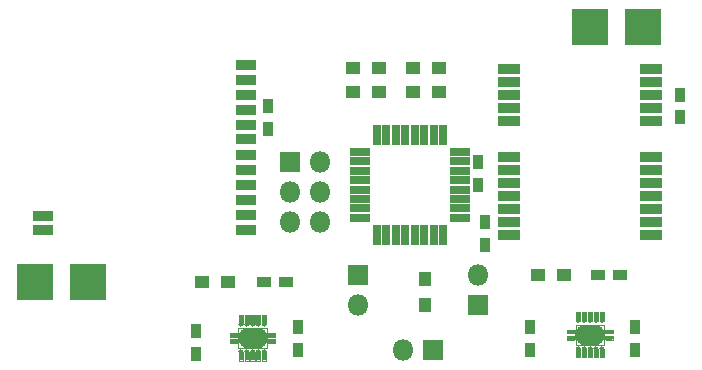
<source format=gbr>
G04 #@! TF.GenerationSoftware,KiCad,Pcbnew,(5.1.0)-1*
G04 #@! TF.CreationDate,2019-05-24T17:14:51-04:00*
G04 #@! TF.ProjectId,PicoTracker1Rev2,5069636f-5472-4616-936b-657231526576,rev?*
G04 #@! TF.SameCoordinates,Original*
G04 #@! TF.FileFunction,Soldermask,Top*
G04 #@! TF.FilePolarity,Negative*
%FSLAX46Y46*%
G04 Gerber Fmt 4.6, Leading zero omitted, Abs format (unit mm)*
G04 Created by KiCad (PCBNEW (5.1.0)-1) date 2019-05-24 17:14:51*
%MOMM*%
%LPD*%
G04 APERTURE LIST*
%ADD10C,0.066040*%
%ADD11C,0.100000*%
%ADD12R,1.899920X0.899160*%
%ADD13O,0.381000X0.949960*%
%ADD14O,2.499360X1.750060*%
%ADD15O,3.901440X0.381000*%
%ADD16R,1.801600X1.801600*%
%ADD17O,1.801600X1.801600*%
%ADD18R,0.851600X1.301600*%
%ADD19R,1.301600X0.851600*%
%ADD20R,1.301600X1.001600*%
%ADD21R,3.101600X3.101600*%
%ADD22R,1.778000X0.914400*%
%ADD23R,1.001600X1.301600*%
%ADD24R,1.701600X0.651600*%
%ADD25R,0.651600X1.701600*%
G04 APERTURE END LIST*
D10*
X224807780Y-193164460D02*
X224208340Y-193164460D01*
X224208340Y-193164460D02*
X224208340Y-193464180D01*
X224807780Y-193464180D02*
X224208340Y-193464180D01*
X224807780Y-193164460D02*
X224807780Y-193464180D01*
X224807780Y-192615820D02*
X224208340Y-192615820D01*
X224208340Y-192615820D02*
X224208340Y-192915540D01*
X224807780Y-192915540D02*
X224208340Y-192915540D01*
X224807780Y-192615820D02*
X224807780Y-192915540D01*
X224109280Y-192191640D02*
X221660720Y-192191640D01*
X221660720Y-192191640D02*
X221660720Y-193888360D01*
X224109280Y-193888360D02*
X221660720Y-193888360D01*
X224109280Y-192191640D02*
X224109280Y-193888360D01*
X224058480Y-191117220D02*
X223707960Y-191117220D01*
X223707960Y-191117220D02*
X223707960Y-191876680D01*
X224058480Y-191876680D02*
X223707960Y-191876680D01*
X224058480Y-191117220D02*
X224058480Y-191876680D01*
X223558100Y-191117220D02*
X223207580Y-191117220D01*
X223207580Y-191117220D02*
X223207580Y-191876680D01*
X223558100Y-191876680D02*
X223207580Y-191876680D01*
X223558100Y-191117220D02*
X223558100Y-191876680D01*
X223057720Y-191117220D02*
X222712280Y-191117220D01*
X222712280Y-191117220D02*
X222712280Y-191876680D01*
X223057720Y-191876680D02*
X222712280Y-191876680D01*
X223057720Y-191117220D02*
X223057720Y-191876680D01*
X222562420Y-191117220D02*
X222211900Y-191117220D01*
X222211900Y-191117220D02*
X222211900Y-191876680D01*
X222562420Y-191876680D02*
X222211900Y-191876680D01*
X222562420Y-191117220D02*
X222562420Y-191876680D01*
X222062040Y-191117220D02*
X221711520Y-191117220D01*
X221711520Y-191117220D02*
X221711520Y-191876680D01*
X222062040Y-191876680D02*
X221711520Y-191876680D01*
X222062040Y-191117220D02*
X222062040Y-191876680D01*
X222062040Y-194203320D02*
X221711520Y-194203320D01*
X221711520Y-194203320D02*
X221711520Y-194962780D01*
X222062040Y-194962780D02*
X221711520Y-194962780D01*
X222062040Y-194203320D02*
X222062040Y-194962780D01*
X222562420Y-194203320D02*
X222211900Y-194203320D01*
X222211900Y-194203320D02*
X222211900Y-194962780D01*
X222562420Y-194962780D02*
X222211900Y-194962780D01*
X222562420Y-194203320D02*
X222562420Y-194962780D01*
X223057720Y-194203320D02*
X222712280Y-194203320D01*
X222712280Y-194203320D02*
X222712280Y-194962780D01*
X223057720Y-194962780D02*
X222712280Y-194962780D01*
X223057720Y-194203320D02*
X223057720Y-194962780D01*
X223558100Y-194203320D02*
X223207580Y-194203320D01*
X223207580Y-194203320D02*
X223207580Y-194962780D01*
X223558100Y-194962780D02*
X223207580Y-194962780D01*
X223558100Y-194203320D02*
X223558100Y-194962780D01*
X224058480Y-194203320D02*
X223707960Y-194203320D01*
X223707960Y-194203320D02*
X223707960Y-194962780D01*
X224058480Y-194962780D02*
X223707960Y-194962780D01*
X224058480Y-194203320D02*
X224058480Y-194962780D01*
X221561660Y-192615820D02*
X220962220Y-192615820D01*
X220962220Y-192615820D02*
X220962220Y-192915540D01*
X221561660Y-192915540D02*
X220962220Y-192915540D01*
X221561660Y-192615820D02*
X221561660Y-192915540D01*
X221561660Y-193164460D02*
X220962220Y-193164460D01*
X220962220Y-193164460D02*
X220962220Y-193464180D01*
X221561660Y-193464180D02*
X220962220Y-193464180D01*
X221561660Y-193164460D02*
X221561660Y-193464180D01*
D11*
X224055940Y-191876680D02*
G75*
G03X224055940Y-191876680I-172720J0D01*
G01*
X223555560Y-191876680D02*
G75*
G03X223555560Y-191876680I-172720J0D01*
G01*
X223057720Y-191876680D02*
G75*
G03X223057720Y-191876680I-172720J0D01*
G01*
X222559880Y-191876680D02*
G75*
G03X222559880Y-191876680I-172720J0D01*
G01*
X222059500Y-191876680D02*
G75*
G03X222059500Y-191876680I-172720J0D01*
G01*
X222059500Y-194203320D02*
G75*
G03X222059500Y-194203320I-172720J0D01*
G01*
X222559880Y-194203320D02*
G75*
G03X222559880Y-194203320I-172720J0D01*
G01*
X223057720Y-194203320D02*
G75*
G03X223057720Y-194203320I-172720J0D01*
G01*
X223555560Y-194203320D02*
G75*
G03X223555560Y-194203320I-172720J0D01*
G01*
X224055940Y-194203320D02*
G75*
G03X224055940Y-194203320I-172720J0D01*
G01*
D10*
X196232780Y-193438780D02*
X195633340Y-193438780D01*
X195633340Y-193438780D02*
X195633340Y-193738500D01*
X196232780Y-193738500D02*
X195633340Y-193738500D01*
X196232780Y-193438780D02*
X196232780Y-193738500D01*
X196232780Y-192890140D02*
X195633340Y-192890140D01*
X195633340Y-192890140D02*
X195633340Y-193189860D01*
X196232780Y-193189860D02*
X195633340Y-193189860D01*
X196232780Y-192890140D02*
X196232780Y-193189860D01*
X195534280Y-192465960D02*
X193085720Y-192465960D01*
X193085720Y-192465960D02*
X193085720Y-194162680D01*
X195534280Y-194162680D02*
X193085720Y-194162680D01*
X195534280Y-192465960D02*
X195534280Y-194162680D01*
X195483480Y-191391540D02*
X195132960Y-191391540D01*
X195132960Y-191391540D02*
X195132960Y-192151000D01*
X195483480Y-192151000D02*
X195132960Y-192151000D01*
X195483480Y-191391540D02*
X195483480Y-192151000D01*
X194983100Y-191391540D02*
X194632580Y-191391540D01*
X194632580Y-191391540D02*
X194632580Y-192151000D01*
X194983100Y-192151000D02*
X194632580Y-192151000D01*
X194983100Y-191391540D02*
X194983100Y-192151000D01*
X194482720Y-191391540D02*
X194137280Y-191391540D01*
X194137280Y-191391540D02*
X194137280Y-192151000D01*
X194482720Y-192151000D02*
X194137280Y-192151000D01*
X194482720Y-191391540D02*
X194482720Y-192151000D01*
X193987420Y-191391540D02*
X193636900Y-191391540D01*
X193636900Y-191391540D02*
X193636900Y-192151000D01*
X193987420Y-192151000D02*
X193636900Y-192151000D01*
X193987420Y-191391540D02*
X193987420Y-192151000D01*
X193487040Y-191391540D02*
X193136520Y-191391540D01*
X193136520Y-191391540D02*
X193136520Y-192151000D01*
X193487040Y-192151000D02*
X193136520Y-192151000D01*
X193487040Y-191391540D02*
X193487040Y-192151000D01*
X193487040Y-194477640D02*
X193136520Y-194477640D01*
X193136520Y-194477640D02*
X193136520Y-195237100D01*
X193487040Y-195237100D02*
X193136520Y-195237100D01*
X193487040Y-194477640D02*
X193487040Y-195237100D01*
X193987420Y-194477640D02*
X193636900Y-194477640D01*
X193636900Y-194477640D02*
X193636900Y-195237100D01*
X193987420Y-195237100D02*
X193636900Y-195237100D01*
X193987420Y-194477640D02*
X193987420Y-195237100D01*
X194482720Y-194477640D02*
X194137280Y-194477640D01*
X194137280Y-194477640D02*
X194137280Y-195237100D01*
X194482720Y-195237100D02*
X194137280Y-195237100D01*
X194482720Y-194477640D02*
X194482720Y-195237100D01*
X194983100Y-194477640D02*
X194632580Y-194477640D01*
X194632580Y-194477640D02*
X194632580Y-195237100D01*
X194983100Y-195237100D02*
X194632580Y-195237100D01*
X194983100Y-194477640D02*
X194983100Y-195237100D01*
X195483480Y-194477640D02*
X195132960Y-194477640D01*
X195132960Y-194477640D02*
X195132960Y-195237100D01*
X195483480Y-195237100D02*
X195132960Y-195237100D01*
X195483480Y-194477640D02*
X195483480Y-195237100D01*
X192986660Y-192890140D02*
X192387220Y-192890140D01*
X192387220Y-192890140D02*
X192387220Y-193189860D01*
X192986660Y-193189860D02*
X192387220Y-193189860D01*
X192986660Y-192890140D02*
X192986660Y-193189860D01*
X192986660Y-193438780D02*
X192387220Y-193438780D01*
X192387220Y-193438780D02*
X192387220Y-193738500D01*
X192986660Y-193738500D02*
X192387220Y-193738500D01*
X192986660Y-193438780D02*
X192986660Y-193738500D01*
D11*
X195480940Y-192151000D02*
G75*
G03X195480940Y-192151000I-172720J0D01*
G01*
X194980560Y-192151000D02*
G75*
G03X194980560Y-192151000I-172720J0D01*
G01*
X194482720Y-192151000D02*
G75*
G03X194482720Y-192151000I-172720J0D01*
G01*
X193984880Y-192151000D02*
G75*
G03X193984880Y-192151000I-172720J0D01*
G01*
X193484500Y-192151000D02*
G75*
G03X193484500Y-192151000I-172720J0D01*
G01*
X193484500Y-194477640D02*
G75*
G03X193484500Y-194477640I-172720J0D01*
G01*
X193984880Y-194477640D02*
G75*
G03X193984880Y-194477640I-172720J0D01*
G01*
X194482720Y-194477640D02*
G75*
G03X194482720Y-194477640I-172720J0D01*
G01*
X194980560Y-194477640D02*
G75*
G03X194980560Y-194477640I-172720J0D01*
G01*
X195480940Y-194477640D02*
G75*
G03X195480940Y-194477640I-172720J0D01*
G01*
D12*
X228013260Y-184564020D03*
X228013260Y-183464200D03*
X228013260Y-182364380D03*
X228013260Y-181264560D03*
X228013260Y-180164740D03*
X228013260Y-179064920D03*
X228013260Y-177962560D03*
X228013260Y-174965360D03*
X228013260Y-173865540D03*
X228013260Y-172765720D03*
X228013260Y-171665900D03*
X228013260Y-170566080D03*
X216016840Y-170566080D03*
X216016840Y-171665900D03*
X216016840Y-172765720D03*
X216016840Y-173865540D03*
X216016840Y-174965360D03*
X216016840Y-177962560D03*
X216016840Y-179064920D03*
X216016840Y-180164740D03*
X216016840Y-181264560D03*
X216016840Y-182364380D03*
X216016840Y-183464200D03*
X216016840Y-184564020D03*
D13*
X223883220Y-191566800D03*
X223382840Y-191566800D03*
X222885000Y-191566800D03*
X222387160Y-191566800D03*
X221886780Y-191566800D03*
X221886780Y-194513200D03*
X222387160Y-194513200D03*
X222885000Y-194513200D03*
X223382840Y-194513200D03*
X223883220Y-194513200D03*
D14*
X222885000Y-193040000D03*
D15*
X222885000Y-193314320D03*
X222885000Y-192765680D03*
D13*
X195308220Y-191841120D03*
X194807840Y-191841120D03*
X194310000Y-191841120D03*
X193812160Y-191841120D03*
X193311780Y-191841120D03*
X193311780Y-194787520D03*
X193812160Y-194787520D03*
X194310000Y-194787520D03*
X194807840Y-194787520D03*
X195308220Y-194787520D03*
D14*
X194310000Y-193314320D03*
D15*
X194310000Y-193588640D03*
X194310000Y-193040000D03*
D16*
X209550000Y-194310000D03*
D17*
X207010000Y-194310000D03*
D18*
X189545000Y-194625000D03*
X189545000Y-192725000D03*
X198120000Y-192410000D03*
X198120000Y-194310000D03*
D19*
X195265000Y-188595000D03*
X197165000Y-188595000D03*
D18*
X217805000Y-194305000D03*
X217805000Y-192405000D03*
X226695000Y-192410000D03*
X226695000Y-194310000D03*
D19*
X223525000Y-187960000D03*
X225425000Y-187960000D03*
D18*
X213360000Y-178440000D03*
X213360000Y-180340000D03*
X213995000Y-183520000D03*
X213995000Y-185420000D03*
X195580000Y-175575000D03*
X195580000Y-173675000D03*
X230505000Y-172720000D03*
X230505000Y-174620000D03*
D20*
X207858000Y-170434000D03*
X210058000Y-170434000D03*
X202778000Y-170434000D03*
X204978000Y-170434000D03*
D21*
X180340000Y-188595000D03*
X175895000Y-188595000D03*
X227330000Y-167005000D03*
X222885000Y-167005000D03*
D16*
X213360000Y-190500000D03*
D17*
X213360000Y-187960000D03*
D20*
X190035000Y-188595000D03*
X192235000Y-188595000D03*
X218440000Y-187960000D03*
X220640000Y-187960000D03*
D22*
X176611280Y-184150000D03*
X176611280Y-182958740D03*
X193753740Y-184150000D03*
X193753740Y-170180000D03*
X193753740Y-181610000D03*
X193753740Y-180340000D03*
X193753740Y-182880000D03*
X193753740Y-172720000D03*
X193753740Y-173990000D03*
X193753740Y-175260000D03*
X193753740Y-176451260D03*
X193753740Y-171450000D03*
X193753740Y-177800000D03*
X193753740Y-179070000D03*
D23*
X208915000Y-188300000D03*
X208915000Y-190500000D03*
D20*
X207858000Y-172466000D03*
X210058000Y-172466000D03*
X202778000Y-172466000D03*
X204978000Y-172466000D03*
D24*
X211895000Y-183140000D03*
X211895000Y-182340000D03*
X211895000Y-181540000D03*
X211895000Y-180740000D03*
X211895000Y-179940000D03*
X211895000Y-179140000D03*
X211895000Y-178340000D03*
X211895000Y-177540000D03*
D25*
X210445000Y-176090000D03*
X209645000Y-176090000D03*
X208845000Y-176090000D03*
X208045000Y-176090000D03*
X207245000Y-176090000D03*
X206445000Y-176090000D03*
X205645000Y-176090000D03*
X204845000Y-176090000D03*
D24*
X203395000Y-177540000D03*
X203395000Y-178340000D03*
X203395000Y-179140000D03*
X203395000Y-179940000D03*
X203395000Y-180740000D03*
X203395000Y-181540000D03*
X203395000Y-182340000D03*
X203395000Y-183140000D03*
D25*
X204845000Y-184590000D03*
X205645000Y-184590000D03*
X206445000Y-184590000D03*
X207245000Y-184590000D03*
X208045000Y-184590000D03*
X208845000Y-184590000D03*
X209645000Y-184590000D03*
X210445000Y-184590000D03*
D16*
X197485000Y-178435000D03*
D17*
X200025000Y-178435000D03*
X197485000Y-180975000D03*
X200025000Y-180975000D03*
X197485000Y-183515000D03*
X200025000Y-183515000D03*
D16*
X203200000Y-187960000D03*
D17*
X203200000Y-190500000D03*
M02*

</source>
